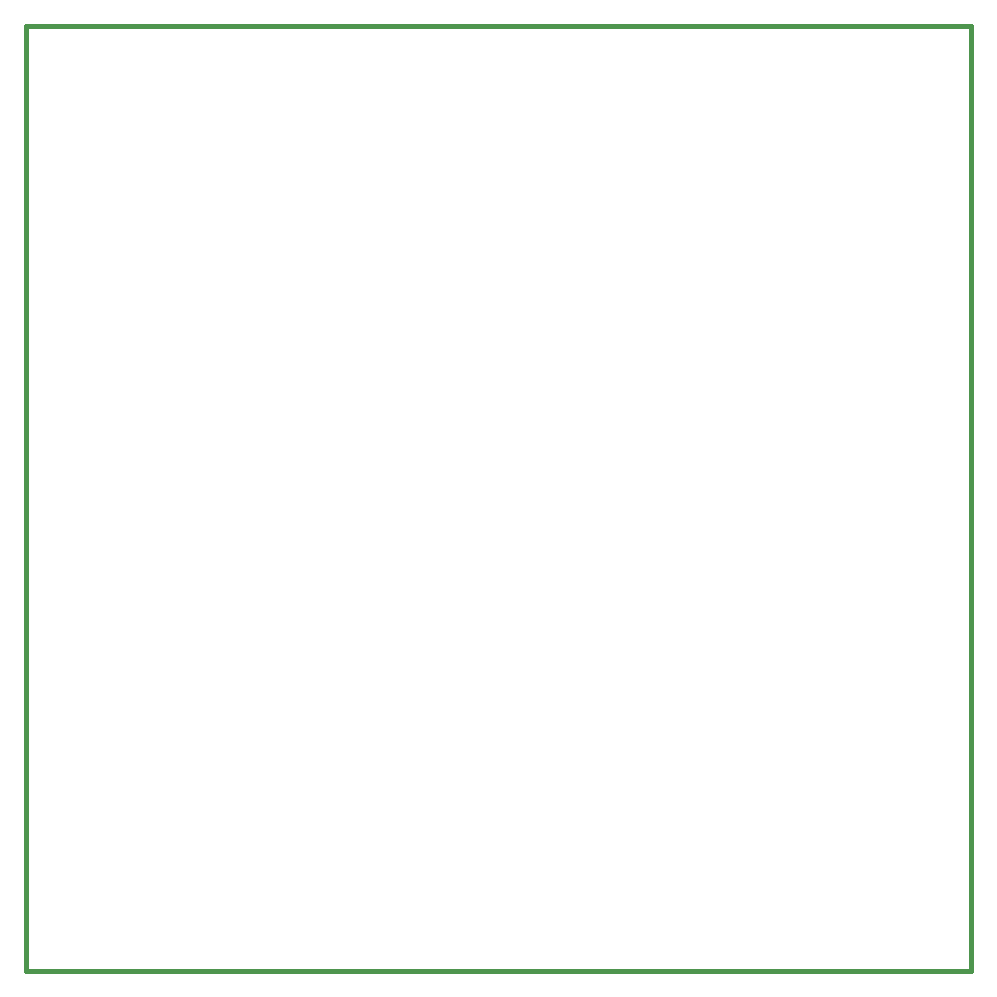
<source format=gbp>
G75*
%MOIN*%
%OFA0B0*%
%FSLAX25Y25*%
%IPPOS*%
%LPD*%
%AMOC8*
5,1,8,0,0,1.08239X$1,22.5*
%
%ADD10C,0.01600*%
D10*
X0023079Y0013236D02*
X0338039Y0013236D01*
X0338039Y0328197D01*
X0023079Y0328197D01*
X0023079Y0013236D01*
M02*

</source>
